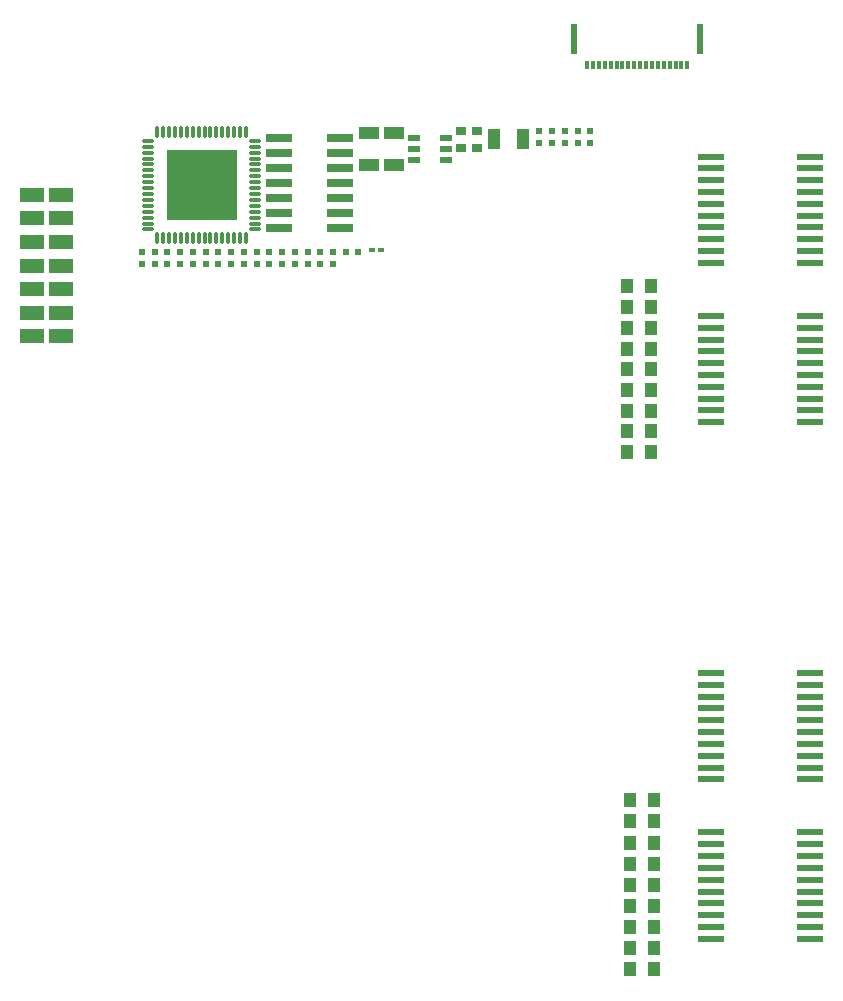
<source format=gtp>
G04 Layer_Color=8421504*
%FSLAX44Y44*%
%MOMM*%
G71*
G01*
G75*
%ADD10R,1.0000X1.3000*%
%ADD11R,2.2000X0.6500*%
%ADD12R,1.0000X1.8000*%
%ADD13R,1.7000X1.1000*%
%ADD14R,1.0500X0.6000*%
%ADD15R,0.5000X0.3000*%
%ADD16R,0.9000X0.8000*%
%ADD17R,0.3500X0.7000*%
%ADD18R,0.6000X2.6000*%
%ADD19R,2.2600X0.6100*%
%ADD20R,2.0000X1.2000*%
G04:AMPARAMS|DCode=21|XSize=0.3mm|YSize=1mm|CornerRadius=0.12mm|HoleSize=0mm|Usage=FLASHONLY|Rotation=90.000|XOffset=0mm|YOffset=0mm|HoleType=Round|Shape=RoundedRectangle|*
%AMROUNDEDRECTD21*
21,1,0.3000,0.7600,0,0,90.0*
21,1,0.0600,1.0000,0,0,90.0*
1,1,0.2400,0.3800,0.0300*
1,1,0.2400,0.3800,-0.0300*
1,1,0.2400,-0.3800,-0.0300*
1,1,0.2400,-0.3800,0.0300*
%
%ADD21ROUNDEDRECTD21*%
G04:AMPARAMS|DCode=22|XSize=0.3mm|YSize=1mm|CornerRadius=0.12mm|HoleSize=0mm|Usage=FLASHONLY|Rotation=0.000|XOffset=0mm|YOffset=0mm|HoleType=Round|Shape=RoundedRectangle|*
%AMROUNDEDRECTD22*
21,1,0.3000,0.7600,0,0,0.0*
21,1,0.0600,1.0000,0,0,0.0*
1,1,0.2400,0.0300,-0.3800*
1,1,0.2400,-0.0300,-0.3800*
1,1,0.2400,-0.0300,0.3800*
1,1,0.2400,0.0300,0.3800*
%
%ADD22ROUNDEDRECTD22*%
%ADD23R,6.0000X6.0000*%
%ADD24R,0.6000X0.6000*%
%ADD25R,0.6000X0.6000*%
D10*
X499000Y212250D02*
D03*
X479000D02*
D03*
X499000Y194719D02*
D03*
X479000D02*
D03*
X499000Y177187D02*
D03*
X479000D02*
D03*
X499000Y159656D02*
D03*
X479000D02*
D03*
X499000Y142125D02*
D03*
X479000D02*
D03*
X499000Y124594D02*
D03*
X479000D02*
D03*
X499000Y107063D02*
D03*
X479000D02*
D03*
X499000Y89531D02*
D03*
X479000D02*
D03*
X499000Y72000D02*
D03*
X479000D02*
D03*
X501500Y-222750D02*
D03*
X481500D02*
D03*
X501500Y-240656D02*
D03*
X481500D02*
D03*
X501500Y-258563D02*
D03*
X481500D02*
D03*
X501500Y-276469D02*
D03*
X481500D02*
D03*
X501500Y-294375D02*
D03*
X481500D02*
D03*
X501500Y-312281D02*
D03*
X481500D02*
D03*
X501500Y-330187D02*
D03*
X481500D02*
D03*
X501500Y-348094D02*
D03*
X481500D02*
D03*
X501500Y-366000D02*
D03*
X481500D02*
D03*
D11*
X184216Y338082D02*
D03*
Y325382D02*
D03*
Y312682D02*
D03*
Y299982D02*
D03*
Y287282D02*
D03*
Y274582D02*
D03*
Y261882D02*
D03*
X236216Y338082D02*
D03*
Y325382D02*
D03*
Y312682D02*
D03*
Y299982D02*
D03*
Y287282D02*
D03*
Y274582D02*
D03*
Y261882D02*
D03*
D12*
X366048Y337332D02*
D03*
X391048D02*
D03*
D13*
X260766Y342082D02*
D03*
Y315082D02*
D03*
X281566Y342082D02*
D03*
Y315082D02*
D03*
D14*
X325632Y338332D02*
D03*
Y328832D02*
D03*
Y319332D02*
D03*
X298632D02*
D03*
Y328832D02*
D03*
Y338332D02*
D03*
D15*
X263250Y243250D02*
D03*
X270250D02*
D03*
D16*
X351498Y329582D02*
D03*
Y343582D02*
D03*
X338698Y329582D02*
D03*
Y343582D02*
D03*
D17*
X485000Y400000D02*
D03*
X490000D02*
D03*
X495000D02*
D03*
X500000D02*
D03*
X505000D02*
D03*
X510000D02*
D03*
X515000D02*
D03*
X520000D02*
D03*
X525000D02*
D03*
X530000D02*
D03*
X480000D02*
D03*
X475000D02*
D03*
X470000D02*
D03*
X465000D02*
D03*
X460000D02*
D03*
X455000D02*
D03*
X450000D02*
D03*
X445000D02*
D03*
D18*
X434000Y422000D02*
D03*
X541000D02*
D03*
D19*
X549750Y-115000D02*
D03*
Y-125000D02*
D03*
Y-135000D02*
D03*
Y-145000D02*
D03*
Y-155000D02*
D03*
Y-165000D02*
D03*
Y-175000D02*
D03*
Y-185000D02*
D03*
Y-195000D02*
D03*
Y-205000D02*
D03*
X633550D02*
D03*
Y-195000D02*
D03*
Y-185000D02*
D03*
Y-175000D02*
D03*
Y-165000D02*
D03*
Y-155000D02*
D03*
Y-145000D02*
D03*
Y-135000D02*
D03*
Y-125000D02*
D03*
Y-115000D02*
D03*
X549750Y322300D02*
D03*
Y312300D02*
D03*
Y302300D02*
D03*
Y292300D02*
D03*
Y282300D02*
D03*
Y272300D02*
D03*
Y262300D02*
D03*
Y252300D02*
D03*
Y242300D02*
D03*
Y232300D02*
D03*
X633550D02*
D03*
Y242300D02*
D03*
Y252300D02*
D03*
Y262300D02*
D03*
Y272300D02*
D03*
Y282300D02*
D03*
Y292300D02*
D03*
Y302300D02*
D03*
Y312300D02*
D03*
Y322300D02*
D03*
X549750Y187300D02*
D03*
Y177300D02*
D03*
Y167300D02*
D03*
Y157300D02*
D03*
Y147300D02*
D03*
Y137300D02*
D03*
Y127300D02*
D03*
Y117300D02*
D03*
Y107300D02*
D03*
Y97300D02*
D03*
X633550D02*
D03*
Y107300D02*
D03*
Y117300D02*
D03*
Y127300D02*
D03*
Y137300D02*
D03*
Y147300D02*
D03*
Y157300D02*
D03*
Y167300D02*
D03*
Y177300D02*
D03*
Y187300D02*
D03*
X549750Y-250000D02*
D03*
Y-260000D02*
D03*
Y-270000D02*
D03*
Y-280000D02*
D03*
Y-290000D02*
D03*
Y-300000D02*
D03*
Y-310000D02*
D03*
Y-320000D02*
D03*
Y-330000D02*
D03*
Y-340000D02*
D03*
X633550D02*
D03*
Y-330000D02*
D03*
Y-320000D02*
D03*
Y-310000D02*
D03*
Y-300000D02*
D03*
Y-290000D02*
D03*
Y-280000D02*
D03*
Y-270000D02*
D03*
Y-260000D02*
D03*
Y-250000D02*
D03*
D20*
X0Y170000D02*
D03*
X-25000D02*
D03*
X0Y190000D02*
D03*
X-25000D02*
D03*
X0Y210000D02*
D03*
X-25000D02*
D03*
X0Y230000D02*
D03*
X-25000D02*
D03*
X0Y250000D02*
D03*
X-25000D02*
D03*
X0Y270000D02*
D03*
X-25000D02*
D03*
X0Y290000D02*
D03*
X-25000D02*
D03*
D21*
X73650Y335566D02*
D03*
Y330566D02*
D03*
Y325566D02*
D03*
Y320566D02*
D03*
Y315566D02*
D03*
Y310566D02*
D03*
Y305566D02*
D03*
Y300566D02*
D03*
Y295566D02*
D03*
Y290566D02*
D03*
Y285566D02*
D03*
Y280566D02*
D03*
Y275566D02*
D03*
Y270566D02*
D03*
Y265566D02*
D03*
Y260566D02*
D03*
X163650D02*
D03*
Y265566D02*
D03*
Y270566D02*
D03*
Y275566D02*
D03*
Y280566D02*
D03*
Y285566D02*
D03*
Y290566D02*
D03*
Y295566D02*
D03*
Y300566D02*
D03*
Y305566D02*
D03*
Y310566D02*
D03*
Y315566D02*
D03*
Y320566D02*
D03*
Y325566D02*
D03*
Y330566D02*
D03*
Y335566D02*
D03*
D22*
X81150Y253066D02*
D03*
X86150D02*
D03*
X91150D02*
D03*
X96150D02*
D03*
X101150D02*
D03*
X106150D02*
D03*
X111150D02*
D03*
X116150D02*
D03*
X121150D02*
D03*
X126150D02*
D03*
X131150D02*
D03*
X136150D02*
D03*
X141150D02*
D03*
X146150D02*
D03*
X151150D02*
D03*
X156150D02*
D03*
Y343066D02*
D03*
X151150D02*
D03*
X146150D02*
D03*
X141150D02*
D03*
X136150D02*
D03*
X131150D02*
D03*
X126150D02*
D03*
X121150D02*
D03*
X116150D02*
D03*
X111150D02*
D03*
X106150D02*
D03*
X101150D02*
D03*
X96150D02*
D03*
X91150D02*
D03*
X86150D02*
D03*
X81150D02*
D03*
D23*
X118650Y298066D02*
D03*
D24*
X78950Y241250D02*
D03*
Y231250D02*
D03*
X68150Y241250D02*
D03*
Y231250D02*
D03*
X230150Y241250D02*
D03*
Y231250D02*
D03*
X186950D02*
D03*
Y241250D02*
D03*
X122150D02*
D03*
Y231250D02*
D03*
X165350D02*
D03*
Y241250D02*
D03*
X176150D02*
D03*
Y231250D02*
D03*
X154550D02*
D03*
Y241250D02*
D03*
X132950D02*
D03*
Y231250D02*
D03*
X143750D02*
D03*
Y241250D02*
D03*
X219350D02*
D03*
Y231250D02*
D03*
X197750D02*
D03*
Y241250D02*
D03*
X208550D02*
D03*
Y231250D02*
D03*
X436998Y344082D02*
D03*
Y334082D02*
D03*
X447798Y344082D02*
D03*
Y334082D02*
D03*
X426198Y344082D02*
D03*
Y334082D02*
D03*
X404598Y344082D02*
D03*
Y334082D02*
D03*
X415398Y344082D02*
D03*
Y334082D02*
D03*
X100550Y241250D02*
D03*
Y231250D02*
D03*
X111350D02*
D03*
Y241250D02*
D03*
X89750D02*
D03*
Y231250D02*
D03*
D25*
X240950Y241250D02*
D03*
X250950D02*
D03*
M02*

</source>
